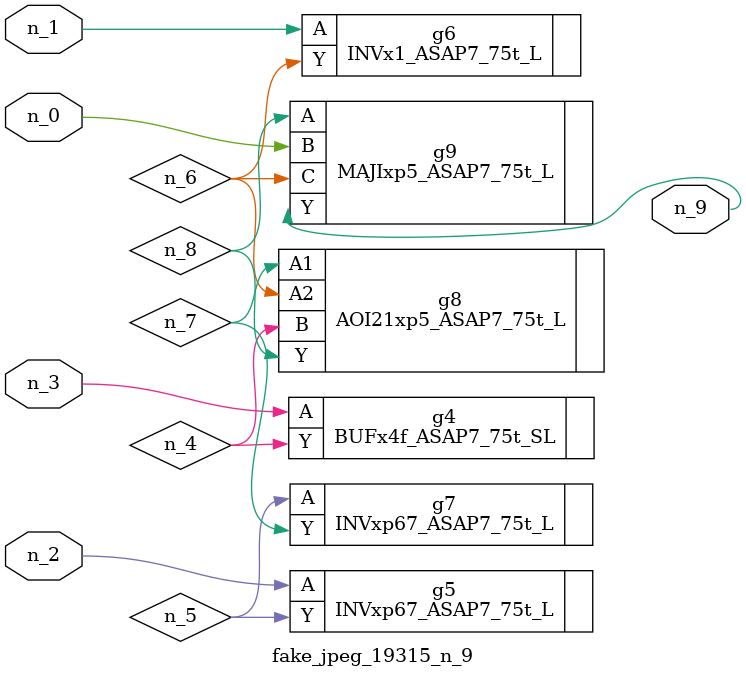
<source format=v>
module fake_jpeg_19315_n_9 (n_0, n_3, n_2, n_1, n_9);

input n_0;
input n_3;
input n_2;
input n_1;

output n_9;

wire n_4;
wire n_8;
wire n_6;
wire n_5;
wire n_7;

BUFx4f_ASAP7_75t_SL g4 ( 
.A(n_3),
.Y(n_4)
);

INVxp67_ASAP7_75t_L g5 ( 
.A(n_2),
.Y(n_5)
);

INVx1_ASAP7_75t_L g6 ( 
.A(n_1),
.Y(n_6)
);

INVxp67_ASAP7_75t_L g7 ( 
.A(n_5),
.Y(n_7)
);

AOI21xp5_ASAP7_75t_L g8 ( 
.A1(n_7),
.A2(n_6),
.B(n_4),
.Y(n_8)
);

MAJIxp5_ASAP7_75t_L g9 ( 
.A(n_8),
.B(n_0),
.C(n_6),
.Y(n_9)
);


endmodule
</source>
